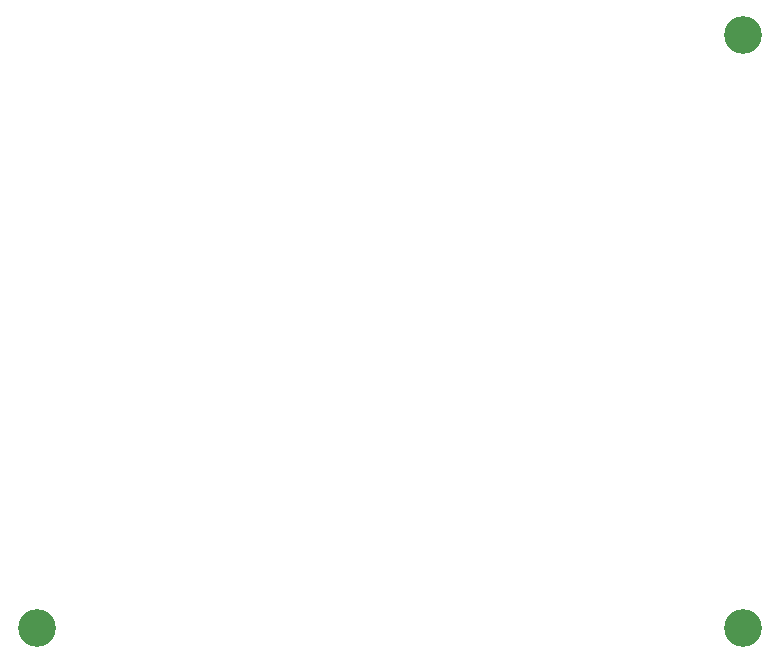
<source format=gbr>
%TF.GenerationSoftware,KiCad,Pcbnew,9.0.6*%
%TF.CreationDate,2025-12-25T20:22:07+01:00*%
%TF.ProjectId,pico-radio-9-k_toldalas,7069636f-2d72-4616-9469-6f2d392d6be9,rev?*%
%TF.SameCoordinates,Original*%
%TF.FileFunction,NonPlated,1,2,NPTH,Drill*%
%TF.FilePolarity,Positive*%
%FSLAX46Y46*%
G04 Gerber Fmt 4.6, Leading zero omitted, Abs format (unit mm)*
G04 Created by KiCad (PCBNEW 9.0.6) date 2025-12-25 20:22:07*
%MOMM*%
%LPD*%
G01*
G04 APERTURE LIST*
%TA.AperFunction,ComponentDrill*%
%ADD10C,3.200000*%
%TD*%
G04 APERTURE END LIST*
D10*
%TO.C,H3*%
X77000000Y-83750000D03*
%TO.C,H2*%
X136750000Y-33500000D03*
%TO.C,H1*%
X136750000Y-83750000D03*
M02*

</source>
